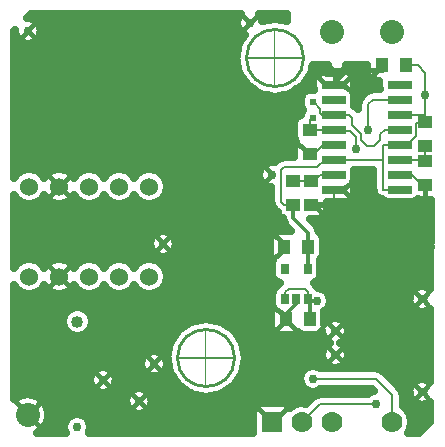
<source format=gbl>
G04*
G04  File:            OPENGEIGER1.0.GBL, Sat Apr 20 15:36:21 2019*
G04  Source:          P-CAD 2004 PCB, Version 18.03.448, (C:\Users\Kent\Documents\customers\Medcom\OpenSource\OpenGeiger\OpenGeiger1.0.PCB)*
G04  Format:          Gerber Format (RS-274-D), ASCII*
G04*
G04  Format Options:  Absolute Positioning*
G04                   Leading-Zero Suppression*
G04                   Scale Factor 1:1*
G04                   NO Circular Interpolation*
G04                   Inch Units*
G04                   Numeric Format: 4.4 (XXXX.XXXX)*
G04                   G54 NOT Used for Aperture Change*
G04                   Apertures Embedded*
G04*
G04  File Options:    Offset = (0.0mil,0.0mil)*
G04                   Drill Symbol Size = 80.0mil*
G04                   No Pad/Via Holes*
G04*
G04  File Contents:   Pads*
G04                   Vias*
G04                   No Designators*
G04                   No Types*
G04                   No Values*
G04                   No Drill Symbols*
G04                   Bottom*
G04*
%INOPENGEIGER1.0.GBL*%
%ICAS*%
%MOIN*%
G04*
G04  Aperture MACROs for general use --- invoked via D-code assignment *
G04*
G04  General MACRO for flashed round with rotation and/or offset hole *
%AMROTOFFROUND*
1,1,$1,0.0000,0.0000*
1,0,$2,$3,$4*%
G04*
G04  General MACRO for flashed oval (obround) with rotation and/or offset hole *
%AMROTOFFOVAL*
21,1,$1,$2,0.0000,0.0000,$3*
1,1,$4,$5,$6*
1,1,$4,0-$5,0-$6*
1,0,$7,$8,$9*%
G04*
G04  General MACRO for flashed oval (obround) with rotation and no hole *
%AMROTOVALNOHOLE*
21,1,$1,$2,0.0000,0.0000,$3*
1,1,$4,$5,$6*
1,1,$4,0-$5,0-$6*%
G04*
G04  General MACRO for flashed rectangle with rotation and/or offset hole *
%AMROTOFFRECT*
21,1,$1,$2,0.0000,0.0000,$3*
1,0,$4,$5,$6*%
G04*
G04  General MACRO for flashed rectangle with rotation and no hole *
%AMROTRECTNOHOLE*
21,1,$1,$2,0.0000,0.0000,$3*%
G04*
G04  General MACRO for flashed rounded-rectangle *
%AMROUNDRECT*
21,1,$1,$2-$4,0.0000,0.0000,$3*
21,1,$1-$4,$2,0.0000,0.0000,$3*
1,1,$4,$5,$6*
1,1,$4,$7,$8*
1,1,$4,0-$5,0-$6*
1,1,$4,0-$7,0-$8*
1,0,$9,$10,$11*%
G04*
G04  General MACRO for flashed rounded-rectangle with rotation and no hole *
%AMROUNDRECTNOHOLE*
21,1,$1,$2-$4,0.0000,0.0000,$3*
21,1,$1-$4,$2,0.0000,0.0000,$3*
1,1,$4,$5,$6*
1,1,$4,$7,$8*
1,1,$4,0-$5,0-$6*
1,1,$4,0-$7,0-$8*%
G04*
G04  General MACRO for flashed regular polygon *
%AMREGPOLY*
5,1,$1,0.0000,0.0000,$2,$3+$4*
1,0,$5,$6,$7*%
G04*
G04  General MACRO for flashed regular polygon with no hole *
%AMREGPOLYNOHOLE*
5,1,$1,0.0000,0.0000,$2,$3+$4*%
G04*
G04  General MACRO for target *
%AMTARGET*
6,0,0,$1,$2,$3,4,$4,$5,$6*%
G04*
G04  General MACRO for mounting hole *
%AMMTHOLE*
1,1,$1,0,0*
1,0,$2,0,0*
$1=$1-$2*
$1=$1/2*
21,1,$2+$1,$3,0,0,$4*
21,1,$3,$2+$1,0,0,$4*%
G04*
G04*
G04  D10 : "Ellipse X8.0mil Y8.0mil H0.0mil 0.0deg (0.0mil,0.0mil) Draw"*
G04  Disc: OuterDia=0.0080*
%ADD10C, 0.0080*%
G04  D11 : "Ellipse X10.0mil Y10.0mil H0.0mil 0.0deg (0.0mil,0.0mil) Draw"*
G04  Disc: OuterDia=0.0100*
%ADD11C, 0.0100*%
G04  D12 : "Ellipse X12.0mil Y12.0mil H0.0mil 0.0deg (0.0mil,0.0mil) Draw"*
G04  Disc: OuterDia=0.0120*
%ADD12C, 0.0120*%
G04  D13 : "Ellipse X15.0mil Y15.0mil H0.0mil 0.0deg (0.0mil,0.0mil) Draw"*
G04  Disc: OuterDia=0.0150*
%ADD13C, 0.0150*%
G04  D14 : "Ellipse X16.0mil Y16.0mil H0.0mil 0.0deg (0.0mil,0.0mil) Draw"*
G04  Disc: OuterDia=0.0160*
%ADD14C, 0.0160*%
G04  D15 : "Ellipse X2.0mil Y2.0mil H0.0mil 0.0deg (0.0mil,0.0mil) Draw"*
G04  Disc: OuterDia=0.0020*
%ADD15C, 0.0020*%
G04  D16 : "Ellipse X2.0mil Y2.0mil H0.0mil 0.0deg (0.0mil,0.0mil) Draw"*
G04  Disc: OuterDia=0.0020*
%ADD16C, 0.0020*%
G04  D17 : "Ellipse X20.0mil Y20.0mil H0.0mil 0.0deg (0.0mil,0.0mil) Draw"*
G04  Disc: OuterDia=0.0200*
%ADD17C, 0.0200*%
G04  D18 : "Ellipse X25.0mil Y25.0mil H0.0mil 0.0deg (0.0mil,0.0mil) Draw"*
G04  Disc: OuterDia=0.0250*
%ADD18C, 0.0250*%
G04  D19 : "Ellipse X3.9mil Y3.9mil H0.0mil 0.0deg (0.0mil,0.0mil) Draw"*
G04  Disc: OuterDia=0.0039*
%ADD19C, 0.0039*%
G04  D20 : "Ellipse X4.0mil Y4.0mil H0.0mil 0.0deg (0.0mil,0.0mil) Draw"*
G04  Disc: OuterDia=0.0040*
%ADD20C, 0.0040*%
G04  D21 : "Ellipse X5.0mil Y5.0mil H0.0mil 0.0deg (0.0mil,0.0mil) Draw"*
G04  Disc: OuterDia=0.0050*
%ADD21C, 0.0050*%
G04  D22 : "Ellipse X50.0mil Y50.0mil H0.0mil 0.0deg (0.0mil,0.0mil) Draw"*
G04  Disc: OuterDia=0.0500*
%ADD22C, 0.0500*%
G04  D23 : "Ellipse X6.0mil Y6.0mil H0.0mil 0.0deg (0.0mil,0.0mil) Draw"*
G04  Disc: OuterDia=0.0060*
%ADD23C, 0.0060*%
G04  D24 : "Ellipse X6.0mil Y6.0mil H0.0mil 0.0deg (0.0mil,0.0mil) Draw"*
G04  Disc: OuterDia=0.0060*
%ADD24C, 0.0060*%
G04  D25 : "Ellipse X7.0mil Y7.0mil H0.0mil 0.0deg (0.0mil,0.0mil) Draw"*
G04  Disc: OuterDia=0.0070*
%ADD25C, 0.0070*%
G04  D26 : "Ellipse X204.0mil Y204.0mil H0.0mil 0.0deg (0.0mil,0.0mil) Flash"*
G04  Disc: OuterDia=0.2040*
%ADD26C, 0.2040*%
G04  D27 : "Ellipse X40.0mil Y40.0mil H0.0mil 0.0deg (0.0mil,0.0mil) Flash"*
G04  Disc: OuterDia=0.0400*
%ADD27C, 0.0400*%
G04  D28 : "Ellipse X44.0mil Y44.0mil H0.0mil 0.0deg (0.0mil,0.0mil) Flash"*
G04  Disc: OuterDia=0.0440*
%ADD28C, 0.0440*%
G04  D29 : "Ellipse X60.0mil Y60.0mil H0.0mil 0.0deg (0.0mil,0.0mil) Flash"*
G04  Disc: OuterDia=0.0600*
%ADD29C, 0.0600*%
G04  D30 : "Ellipse X64.0mil Y64.0mil H0.0mil 0.0deg (0.0mil,0.0mil) Flash"*
G04  Disc: OuterDia=0.0640*
%ADD30C, 0.0640*%
G04  D31 : "Ellipse X70.0mil Y70.0mil H0.0mil 0.0deg (0.0mil,0.0mil) Flash"*
G04  Disc: OuterDia=0.0700*
%ADD31C, 0.0700*%
G04  D32 : "Ellipse X74.0mil Y74.0mil H0.0mil 0.0deg (0.0mil,0.0mil) Flash"*
G04  Disc: OuterDia=0.0740*
%ADD32C, 0.0740*%
G04  D33 : "Ellipse X80.0mil Y80.0mil H0.0mil 0.0deg (0.0mil,0.0mil) Flash"*
G04  Disc: OuterDia=0.0800*
%ADD33C, 0.0800*%
G04  D34 : "Ellipse X84.0mil Y84.0mil H0.0mil 0.0deg (0.0mil,0.0mil) Flash"*
G04  Disc: OuterDia=0.0840*
%ADD34C, 0.0840*%
G04  D35 : "Mounting Hole X200.0mil Y200.0mil H0.0mil 0.0deg (0.0mil,0.0mil) Flash"*
G04  Mounting Hole: Diameter=0.2000, Rotation=0.0, LineWidth=0.0050 *
%ADD35MTHOLE, 0.2000 X0.1800 X0.0050 X0.0*%
G04  D36 : "Oval X75.0mil Y45.0mil H0.0mil 0.0deg (0.0mil,0.0mil) Flash"*
G04  Obround: DimX=0.0750, DimY=0.0450, Rotation=0.0, OffsetX=0.0000, OffsetY=0.0000, HoleDia=0.0000 *
%ADD36O, 0.0750 X0.0450*%
G04  D37 : "Oval X30.0mil Y56.0mil H0.0mil 0.0deg (0.0mil,0.0mil) Flash"*
G04  Obround: DimX=0.0300, DimY=0.0560, Rotation=0.0, OffsetX=0.0000, OffsetY=0.0000, HoleDia=0.0000 *
%ADD37O, 0.0300 X0.0560*%
G04  D38 : "Oval X30.0mil Y86.0mil H0.0mil 0.0deg (0.0mil,0.0mil) Flash"*
G04  Obround: DimX=0.0300, DimY=0.0860, Rotation=0.0, OffsetX=0.0000, OffsetY=0.0000, HoleDia=0.0000 *
%ADD38O, 0.0300 X0.0860*%
G04  D39 : "Rounded Rectangle X80.0mil Y104.0mil H0.0mil 0.0deg (0.0mil,0.0mil) Flash"*
G04  RoundRct: DimX=0.0800, DimY=0.1040, CornerRad=0.0200, Rotation=0.0, OffsetX=0.0000, OffsetY=0.0000, HoleDia=0.0000 *
%ADD39ROUNDRECTNOHOLE, 0.0800 X0.1040 X0.0 X0.0400 X-0.0200 X-0.0320 X-0.0200 X0.0320*%
G04  D40 : "Rounded Rectangle X86.0mil Y110.0mil H0.0mil 0.0deg (0.0mil,0.0mil) Flash"*
G04  RoundRct: DimX=0.0860, DimY=0.1100, CornerRad=0.0215, Rotation=0.0, OffsetX=0.0000, OffsetY=0.0000, HoleDia=0.0000 *
%ADD40ROUNDRECTNOHOLE, 0.0860 X0.1100 X0.0 X0.0430 X-0.0215 X-0.0335 X-0.0215 X0.0335*%
G04  D41 : "Rounded Rectangle X90.0mil Y114.0mil H0.0mil 0.0deg (0.0mil,0.0mil) Flash"*
G04  RoundRct: DimX=0.0900, DimY=0.1140, CornerRad=0.0225, Rotation=0.0, OffsetX=0.0000, OffsetY=0.0000, HoleDia=0.0000 *
%ADD41ROUNDRECTNOHOLE, 0.0900 X0.1140 X0.0 X0.0450 X-0.0225 X-0.0345 X-0.0225 X0.0345*%
G04  D42 : "Rounded Rectangle X33.8mil Y33.8mil H0.0mil 0.0deg (0.0mil,0.0mil) Flash"*
G04  RoundRct: DimX=0.0338, DimY=0.0338, CornerRad=0.0084, Rotation=0.0, OffsetX=0.0000, OffsetY=0.0000, HoleDia=0.0000 *
%ADD42ROUNDRECTNOHOLE, 0.0338 X0.0338 X0.0 X0.0169 X-0.0084 X-0.0084 X-0.0084 X0.0084*%
G04  D43 : "Rounded Rectangle X39.8mil Y39.8mil H0.0mil 0.0deg (0.0mil,0.0mil) Flash"*
G04  RoundRct: DimX=0.0398, DimY=0.0398, CornerRad=0.0099, Rotation=0.0, OffsetX=0.0000, OffsetY=0.0000, HoleDia=0.0000 *
%ADD43ROUNDRECTNOHOLE, 0.0398 X0.0398 X0.0 X0.0199 X-0.0099 X-0.0099 X-0.0099 X0.0099*%
G04  D44 : "Rounded Rectangle X43.8mil Y43.8mil H0.0mil 0.0deg (0.0mil,0.0mil) Flash"*
G04  RoundRct: DimX=0.0438, DimY=0.0438, CornerRad=0.0109, Rotation=0.0, OffsetX=0.0000, OffsetY=0.0000, HoleDia=0.0000 *
%ADD44ROUNDRECTNOHOLE, 0.0438 X0.0438 X0.0 X0.0219 X-0.0109 X-0.0109 X-0.0109 X0.0109*%
G04  D45 : "Rounded Rectangle X54.0mil Y34.0mil H0.0mil 0.0deg (0.0mil,0.0mil) Flash"*
G04  RoundRct: DimX=0.0540, DimY=0.0340, CornerRad=0.0085, Rotation=0.0, OffsetX=0.0000, OffsetY=0.0000, HoleDia=0.0000 *
%ADD45ROUNDRECTNOHOLE, 0.0540 X0.0340 X0.0 X0.0170 X-0.0185 X-0.0085 X-0.0185 X0.0085*%
G04  D46 : "Rounded Rectangle X54.0mil Y42.0mil H0.0mil 0.0deg (0.0mil,0.0mil) Flash"*
G04  RoundRct: DimX=0.0540, DimY=0.0420, CornerRad=0.0105, Rotation=0.0, OffsetX=0.0000, OffsetY=0.0000, HoleDia=0.0000 *
%ADD46ROUNDRECTNOHOLE, 0.0540 X0.0420 X0.0 X0.0210 X-0.0165 X-0.0105 X-0.0165 X0.0105*%
G04  D47 : "Rounded Rectangle X60.0mil Y40.0mil H0.0mil 0.0deg (0.0mil,0.0mil) Flash"*
G04  RoundRct: DimX=0.0600, DimY=0.0400, CornerRad=0.0100, Rotation=0.0, OffsetX=0.0000, OffsetY=0.0000, HoleDia=0.0000 *
%ADD47ROUNDRECTNOHOLE, 0.0600 X0.0400 X0.0 X0.0200 X-0.0200 X-0.0100 X-0.0200 X0.0100*%
G04  D48 : "Rounded Rectangle X40.0mil Y60.0mil H0.0mil 0.0deg (0.0mil,0.0mil) Flash"*
G04  RoundRct: DimX=0.0400, DimY=0.0600, CornerRad=0.0100, Rotation=0.0, OffsetX=0.0000, OffsetY=0.0000, HoleDia=0.0000 *
%ADD48ROUNDRECTNOHOLE, 0.0400 X0.0600 X0.0 X0.0200 X-0.0100 X-0.0200 X-0.0100 X0.0200*%
G04  D49 : "Rounded Rectangle X60.0mil Y48.0mil H0.0mil 0.0deg (0.0mil,0.0mil) Flash"*
G04  RoundRct: DimX=0.0600, DimY=0.0480, CornerRad=0.0120, Rotation=0.0, OffsetX=0.0000, OffsetY=0.0000, HoleDia=0.0000 *
%ADD49ROUNDRECTNOHOLE, 0.0600 X0.0480 X0.0 X0.0240 X-0.0180 X-0.0120 X-0.0180 X0.0120*%
G04  D50 : "Rounded Rectangle X64.0mil Y44.0mil H0.0mil 0.0deg (0.0mil,0.0mil) Flash"*
G04  RoundRct: DimX=0.0640, DimY=0.0440, CornerRad=0.0110, Rotation=0.0, OffsetX=0.0000, OffsetY=0.0000, HoleDia=0.0000 *
%ADD50ROUNDRECTNOHOLE, 0.0640 X0.0440 X0.0 X0.0220 X-0.0210 X-0.0110 X-0.0210 X0.0110*%
G04  D51 : "Rounded Rectangle X44.0mil Y64.0mil H0.0mil 0.0deg (0.0mil,0.0mil) Flash"*
G04  RoundRct: DimX=0.0440, DimY=0.0640, CornerRad=0.0110, Rotation=0.0, OffsetX=0.0000, OffsetY=0.0000, HoleDia=0.0000 *
%ADD51ROUNDRECTNOHOLE, 0.0440 X0.0640 X0.0 X0.0220 X-0.0110 X-0.0210 X-0.0110 X0.0210*%
G04  D52 : "Rounded Rectangle X64.0mil Y52.0mil H0.0mil 0.0deg (0.0mil,0.0mil) Flash"*
G04  RoundRct: DimX=0.0640, DimY=0.0520, CornerRad=0.0130, Rotation=0.0, OffsetX=0.0000, OffsetY=0.0000, HoleDia=0.0000 *
%ADD52ROUNDRECTNOHOLE, 0.0640 X0.0520 X0.0 X0.0260 X-0.0190 X-0.0130 X-0.0190 X0.0130*%
G04  D53 : "Rectangle X80.0mil Y104.0mil H0.0mil 0.0deg (0.0mil,0.0mil) Flash"*
G04  Rectangular: DimX=0.0800, DimY=0.1040, Rotation=0.0, OffsetX=0.0000, OffsetY=0.0000, HoleDia=0.0000 *
%ADD53R, 0.0800 X0.1040*%
G04  D54 : "Rectangle X86.0mil Y110.0mil H0.0mil 0.0deg (0.0mil,0.0mil) Flash"*
G04  Rectangular: DimX=0.0860, DimY=0.1100, Rotation=0.0, OffsetX=0.0000, OffsetY=0.0000, HoleDia=0.0000 *
%ADD54R, 0.0860 X0.1100*%
G04  D55 : "Rectangle X90.0mil Y114.0mil H0.0mil 0.0deg (0.0mil,0.0mil) Flash"*
G04  Rectangular: DimX=0.0900, DimY=0.1140, Rotation=0.0, OffsetX=0.0000, OffsetY=0.0000, HoleDia=0.0000 *
%ADD55R, 0.0900 X0.1140*%
G04  D56 : "Rectangle X13.7mil Y17.6mil H0.0mil 0.0deg (0.0mil,0.0mil) Flash"*
G04  Rectangular: DimX=0.0137, DimY=0.0176, Rotation=0.0, OffsetX=0.0000, OffsetY=0.0000, HoleDia=0.0000 *
%ADD56R, 0.0137 X0.0176*%
G04  D57 : "Rectangle X17.6mil Y13.7mil H0.0mil 0.0deg (0.0mil,0.0mil) Flash"*
G04  Rectangular: DimX=0.0176, DimY=0.0137, Rotation=0.0, OffsetX=0.0000, OffsetY=0.0000, HoleDia=0.0000 *
%ADD57R, 0.0176 X0.0137*%
G04  D58 : "Rectangle X19.7mil Y23.6mil H0.0mil 0.0deg (0.0mil,0.0mil) Flash"*
G04  Rectangular: DimX=0.0197, DimY=0.0236, Rotation=0.0, OffsetX=0.0000, OffsetY=0.0000, HoleDia=0.0000 *
%ADD58R, 0.0197 X0.0236*%
G04  D59 : "Rectangle X23.6mil Y19.7mil H0.0mil 0.0deg (0.0mil,0.0mil) Flash"*
G04  Rectangular: DimX=0.0236, DimY=0.0197, Rotation=0.0, OffsetX=0.0000, OffsetY=0.0000, HoleDia=0.0000 *
%ADD59R, 0.0236 X0.0197*%
G04  D60 : "Rectangle X23.7mil Y27.6mil H0.0mil 0.0deg (0.0mil,0.0mil) Flash"*
G04  Rectangular: DimX=0.0237, DimY=0.0276, Rotation=0.0, OffsetX=0.0000, OffsetY=0.0000, HoleDia=0.0000 *
%ADD60R, 0.0237 X0.0276*%
G04  D61 : "Rectangle X27.6mil Y23.7mil H0.0mil 0.0deg (0.0mil,0.0mil) Flash"*
G04  Rectangular: DimX=0.0276, DimY=0.0237, Rotation=0.0, OffsetX=0.0000, OffsetY=0.0000, HoleDia=0.0000 *
%ADD61R, 0.0276 X0.0237*%
G04  D62 : "Rectangle X26.0mil Y34.0mil H0.0mil 0.0deg (0.0mil,0.0mil) Flash"*
G04  Rectangular: DimX=0.0260, DimY=0.0340, Rotation=0.0, OffsetX=0.0000, OffsetY=0.0000, HoleDia=0.0000 *
%ADD62R, 0.0260 X0.0340*%
G04  D63 : "Rectangle X34.0mil Y26.0mil H0.0mil 0.0deg (0.0mil,0.0mil) Flash"*
G04  Rectangular: DimX=0.0340, DimY=0.0260, Rotation=0.0, OffsetX=0.0000, OffsetY=0.0000, HoleDia=0.0000 *
%ADD63R, 0.0340 X0.0260*%
G04  D64 : "Rectangle X22.0mil Y30.0mil H0.0mil 0.0deg (0.0mil,0.0mil) Flash"*
G04  Rectangular: DimX=0.0220, DimY=0.0300, Rotation=0.0, OffsetX=0.0000, OffsetY=0.0000, HoleDia=0.0000 *
%ADD64R, 0.0220 X0.0300*%
G04  D65 : "Rectangle X32.0mil Y40.0mil H0.0mil 0.0deg (0.0mil,0.0mil) Flash"*
G04  Rectangular: DimX=0.0320, DimY=0.0400, Rotation=0.0, OffsetX=0.0000, OffsetY=0.0000, HoleDia=0.0000 *
%ADD65R, 0.0320 X0.0400*%
G04  D66 : "Rectangle X40.0mil Y32.0mil H0.0mil 0.0deg (0.0mil,0.0mil) Flash"*
G04  Rectangular: DimX=0.0400, DimY=0.0320, Rotation=0.0, OffsetX=0.0000, OffsetY=0.0000, HoleDia=0.0000 *
%ADD66R, 0.0400 X0.0320*%
G04  D67 : "Rectangle X28.0mil Y36.0mil H0.0mil 0.0deg (0.0mil,0.0mil) Flash"*
G04  Rectangular: DimX=0.0280, DimY=0.0360, Rotation=0.0, OffsetX=0.0000, OffsetY=0.0000, HoleDia=0.0000 *
%ADD67R, 0.0280 X0.0360*%
G04  D68 : "Rectangle X36.0mil Y44.0mil H0.0mil 0.0deg (0.0mil,0.0mil) Flash"*
G04  Rectangular: DimX=0.0360, DimY=0.0440, Rotation=0.0, OffsetX=0.0000, OffsetY=0.0000, HoleDia=0.0000 *
%ADD68R, 0.0360 X0.0440*%
G04  D69 : "Rectangle X44.0mil Y36.0mil H0.0mil 0.0deg (0.0mil,0.0mil) Flash"*
G04  Rectangular: DimX=0.0440, DimY=0.0360, Rotation=0.0, OffsetX=0.0000, OffsetY=0.0000, HoleDia=0.0000 *
%ADD69R, 0.0440 X0.0360*%
G04  D70 : "Rectangle X44.0mil Y34.0mil H0.0mil 0.0deg (0.0mil,0.0mil) Flash"*
G04  Rectangular: DimX=0.0440, DimY=0.0340, Rotation=0.0, OffsetX=0.0000, OffsetY=0.0000, HoleDia=0.0000 *
%ADD70R, 0.0440 X0.0340*%
G04  D71 : "Rectangle X34.0mil Y44.0mil H0.0mil 0.0deg (0.0mil,0.0mil) Flash"*
G04  Rectangular: DimX=0.0340, DimY=0.0440, Rotation=0.0, OffsetX=0.0000, OffsetY=0.0000, HoleDia=0.0000 *
%ADD71R, 0.0340 X0.0440*%
G04  D72 : "Rectangle X50.0mil Y40.0mil H0.0mil 0.0deg (0.0mil,0.0mil) Flash"*
G04  Rectangular: DimX=0.0500, DimY=0.0400, Rotation=0.0, OffsetX=0.0000, OffsetY=0.0000, HoleDia=0.0000 *
%ADD72R, 0.0500 X0.0400*%
G04  D73 : "Rectangle X40.0mil Y50.0mil H0.0mil 0.0deg (0.0mil,0.0mil) Flash"*
G04  Rectangular: DimX=0.0400, DimY=0.0500, Rotation=0.0, OffsetX=0.0000, OffsetY=0.0000, HoleDia=0.0000 *
%ADD73R, 0.0400 X0.0500*%
G04  D74 : "Rectangle X54.0mil Y42.0mil H0.0mil 0.0deg (0.0mil,0.0mil) Flash"*
G04  Rectangular: DimX=0.0540, DimY=0.0420, Rotation=0.0, OffsetX=0.0000, OffsetY=0.0000, HoleDia=0.0000 *
%ADD74R, 0.0540 X0.0420*%
G04  D75 : "Rectangle X54.0mil Y44.0mil H0.0mil 0.0deg (0.0mil,0.0mil) Flash"*
G04  Rectangular: DimX=0.0540, DimY=0.0440, Rotation=0.0, OffsetX=0.0000, OffsetY=0.0000, HoleDia=0.0000 *
%ADD75R, 0.0540 X0.0440*%
G04  D76 : "Rectangle X44.0mil Y54.0mil H0.0mil 0.0deg (0.0mil,0.0mil) Flash"*
G04  Rectangular: DimX=0.0440, DimY=0.0540, Rotation=0.0, OffsetX=0.0000, OffsetY=0.0000, HoleDia=0.0000 *
%ADD76R, 0.0440 X0.0540*%
G04  D77 : "Rectangle X94.0mil Y59.0mil H0.0mil 0.0deg (0.0mil,0.0mil) Flash"*
G04  Rectangular: DimX=0.0940, DimY=0.0590, Rotation=0.0, OffsetX=0.0000, OffsetY=0.0000, HoleDia=0.0000 *
%ADD77R, 0.0940 X0.0590*%
G04  D78 : "Rectangle X40.0mil Y60.0mil H0.0mil 0.0deg (0.0mil,0.0mil) Flash"*
G04  Rectangular: DimX=0.0400, DimY=0.0600, Rotation=0.0, OffsetX=0.0000, OffsetY=0.0000, HoleDia=0.0000 *
%ADD78R, 0.0400 X0.0600*%
G04  D79 : "Rectangle X60.0mil Y48.0mil H0.0mil 0.0deg (0.0mil,0.0mil) Flash"*
G04  Rectangular: DimX=0.0600, DimY=0.0480, Rotation=0.0, OffsetX=0.0000, OffsetY=0.0000, HoleDia=0.0000 *
%ADD79R, 0.0600 X0.0480*%
G04  D80 : "Rectangle X44.0mil Y64.0mil H0.0mil 0.0deg (0.0mil,0.0mil) Flash"*
G04  Rectangular: DimX=0.0440, DimY=0.0640, Rotation=0.0, OffsetX=0.0000, OffsetY=0.0000, HoleDia=0.0000 *
%ADD80R, 0.0440 X0.0640*%
G04  D81 : "Rectangle X64.0mil Y52.0mil H0.0mil 0.0deg (0.0mil,0.0mil) Flash"*
G04  Rectangular: DimX=0.0640, DimY=0.0520, Rotation=0.0, OffsetX=0.0000, OffsetY=0.0000, HoleDia=0.0000 *
%ADD81R, 0.0640 X0.0520*%
G04  D82 : "Rectangle X100.0mil Y65.0mil H0.0mil 0.0deg (0.0mil,0.0mil) Flash"*
G04  Rectangular: DimX=0.1000, DimY=0.0650, Rotation=0.0, OffsetX=0.0000, OffsetY=0.0000, HoleDia=0.0000 *
%ADD82R, 0.1000 X0.0650*%
G04  D83 : "Rectangle X104.0mil Y69.0mil H0.0mil 0.0deg (0.0mil,0.0mil) Flash"*
G04  Rectangular: DimX=0.1040, DimY=0.0690, Rotation=0.0, OffsetX=0.0000, OffsetY=0.0000, HoleDia=0.0000 *
%ADD83R, 0.1040 X0.0690*%
G04  D84 : "Rectangle X70.0mil Y70.0mil H0.0mil 0.0deg (0.0mil,0.0mil) Flash"*
G04  Square: Side=0.0700, Rotation=0.0, OffsetX=0.0000, OffsetY=0.0000, HoleDia=0.0000*
%ADD84R, 0.0700 X0.0700*%
G04  D85 : "Rectangle X74.0mil Y20.0mil H0.0mil 0.0deg (0.0mil,0.0mil) Flash"*
G04  Rectangular: DimX=0.0740, DimY=0.0200, Rotation=0.0, OffsetX=0.0000, OffsetY=0.0000, HoleDia=0.0000 *
%ADD85R, 0.0740 X0.0200*%
G04  D86 : "Rectangle X74.0mil Y74.0mil H0.0mil 0.0deg (0.0mil,0.0mil) Flash"*
G04  Square: Side=0.0740, Rotation=0.0, OffsetX=0.0000, OffsetY=0.0000, HoleDia=0.0000*
%ADD86R, 0.0740 X0.0740*%
G04  D87 : "Rectangle X80.0mil Y26.0mil H0.0mil 0.0deg (0.0mil,0.0mil) Flash"*
G04  Rectangular: DimX=0.0800, DimY=0.0260, Rotation=0.0, OffsetX=0.0000, OffsetY=0.0000, HoleDia=0.0000 *
%ADD87R, 0.0800 X0.0260*%
G04  D88 : "Rectangle X84.0mil Y30.0mil H0.0mil 0.0deg (0.0mil,0.0mil) Flash"*
G04  Rectangular: DimX=0.0840, DimY=0.0300, Rotation=0.0, OffsetX=0.0000, OffsetY=0.0000, HoleDia=0.0000 *
%ADD88R, 0.0840 X0.0300*%
G04  D89 : "Rectangle X40.0mil Y90.0mil H0.0mil 0.0deg (0.0mil,0.0mil) Flash"*
G04  Rectangular: DimX=0.0400, DimY=0.0900, Rotation=0.0, OffsetX=0.0000, OffsetY=0.0000, HoleDia=0.0000 *
%ADD89R, 0.0400 X0.0900*%
G04  D90 : "Rectangle X80.0mil Y90.0mil H0.0mil 0.0deg (0.0mil,0.0mil) Flash"*
G04  Rectangular: DimX=0.0800, DimY=0.0900, Rotation=0.0, OffsetX=0.0000, OffsetY=0.0000, HoleDia=0.0000 *
%ADD90R, 0.0800 X0.0900*%
G04  D91 : "Rectangle X44.0mil Y94.0mil H0.0mil 0.0deg (0.0mil,0.0mil) Flash"*
G04  Rectangular: DimX=0.0440, DimY=0.0940, Rotation=0.0, OffsetX=0.0000, OffsetY=0.0000, HoleDia=0.0000 *
%ADD91R, 0.0440 X0.0940*%
G04  D92 : "Rectangle X84.0mil Y94.0mil H0.0mil 0.0deg (0.0mil,0.0mil) Flash"*
G04  Rectangular: DimX=0.0840, DimY=0.0940, Rotation=0.0, OffsetX=0.0000, OffsetY=0.0000, HoleDia=0.0000 *
%ADD92R, 0.0840 X0.0940*%
G04  D93 : "Ellipse X30.0mil Y30.0mil H0.0mil 0.0deg (0.0mil,0.0mil) Flash"*
G04  Disc: OuterDia=0.0300*
%ADD93C, 0.0300*%
G04  D94 : "Ellipse X34.0mil Y34.0mil H0.0mil 0.0deg (0.0mil,0.0mil) Flash"*
G04  Disc: OuterDia=0.0340*
%ADD94C, 0.0340*%
G04*
%FSLAX44Y44*%
%SFA1B1*%
%OFA0.0000B0.0000*%
G04*
G70*
G90*
G01*
D2*
%LNBottom*%
D12*
X19830Y18500*
X19880Y18450D1*
X19830Y19500D2*
Y20230D1*
X19850Y20250*
X19450Y18350D2*
Y18500D1*
D2*
D10*
X19070*
Y18720D1*
X19200Y18850*
X19750*
X19850Y18750*
Y18500*
X19830D2*
X19850D1*
D2*
D12*
X19900Y18450*
X19880D1*
X19830Y18500*
X19880Y18450D2*
X19900D1*
X20150*
X19850Y20250D2*
Y20700D1*
D2*
D17*
X19950Y21650*
X20550D1*
D2*
D10*
X19900Y23350*
X20050D1*
X19950Y21650D2*
X20550D1*
X20700Y22150D2*
Y21800D1*
X20550Y21650D2*
X20700Y21800D1*
X20050Y23350D2*
X20350Y23650D1*
X20700*
X19050Y21650D2*
X19350D1*
X18950Y21750D2*
X19050Y21650D1*
X18950Y22800D2*
Y21750D1*
X19050Y22900D2*
X18950Y22800D1*
X20150Y22900D2*
X19050D1*
X20400Y23150D2*
X20700D1*
X20400D2*
X20150Y22900D1*
X19950Y22450D2*
X20050D1*
X19350D2*
X19950D1*
X20250Y22650D2*
X20050Y22450D1*
X20700Y22650D2*
X20250D1*
D2*
D12*
X19350Y21650*
Y21200D1*
D2*
D10*
X20700Y25650*
Y25900D1*
X20800Y26000*
X20250Y24700D2*
X20300Y24650D1*
X20250Y24850D2*
Y24700D1*
X20024Y25075D2*
X20250Y24850D1*
X20000Y25075D2*
X20024D1*
X20300Y24650D2*
X20700D1*
X20000Y24524D2*
X19900Y24500D1*
X20750Y24100D2*
X20700Y24150D1*
X19900*
Y24450*
Y24500*
D2*
D14*
X20800Y25850*
Y26000D1*
X20300Y26150D2*
X20450Y26000D1*
X20800*
D2*
D10*
X22650Y15300*
X22100Y15850D1*
D2*
D14*
X23750Y21450*
Y22300D1*
X22300Y21450D2*
X23750D1*
D2*
D17*
X22100Y21650*
X22300Y21450D1*
D2*
D10*
X22900Y22650*
X23300D1*
X23650Y22300*
X23750*
X21650Y23150D2*
X22350D1*
Y22150D2*
X22900D1*
X22350D2*
Y23150D1*
Y23650*
X23150D2*
X23450Y23950D1*
X22350Y23650D2*
X22900D1*
X23150*
X21600Y23800D2*
X21800Y23600D1*
X22050D2*
X22250Y23800D1*
X21800Y23600D2*
X22050D1*
X22900Y23150D2*
X23750D1*
Y23100D2*
Y23150D1*
Y23600*
X21450Y23900D2*
Y23500D1*
X23750Y25300D2*
Y26050D1*
Y24650D2*
Y25300D1*
Y26050D2*
X23500Y26300D1*
X22900Y24650D2*
X23750D1*
Y24400D2*
Y24650D1*
X23450Y24350D2*
X23500Y24400D1*
X23750*
X23100Y26300D2*
X23500D1*
X21300Y24550D2*
Y24300D1*
X21200Y24650D2*
X21300Y24550D1*
X22400Y24150D2*
X22900D1*
X21850Y25000D2*
Y24150D1*
X22000Y25150D2*
X21850Y25000D1*
X22900Y25150D2*
X22000D1*
D2*
D14*
X22300Y26150*
Y26300D1*
Y26150D2*
X21100D1*
D2*
D12*
X19450Y18350*
X19100Y18000D1*
Y17850*
X19900D2*
Y18450D1*
X19850Y20700D2*
X19350Y21200D1*
D2*
D10*
X19650Y14400*
X20250Y15000D1*
X23450Y23950D2*
Y24350D1*
X21300Y24300D2*
X21600Y24000D1*
Y23800*
X22250Y24000D2*
X22400Y24150D1*
X22250Y23800D2*
Y24000D1*
X21250Y24100D2*
X21450Y23900D1*
X22650Y14400D2*
Y15300D1*
X22100Y15850D2*
X20000D1*
D2*
D17*
X20550Y21650*
X22100D1*
D2*
D10*
X20700Y23150*
X21650D1*
X20700Y24650D2*
X21200D1*
X20750Y24100D2*
X21250D1*
D2*
D14*
X20800Y25850*
X21100Y26150D1*
X20300*
D2*
D10*
X20250Y15000*
X22100D1*
D2*
D18*
X21110Y26300*
X21200Y26165D1*
X21228Y26024*
X21298Y25978*
X21359Y25887*
X21380Y25780*
Y25520*
X21359Y25412*
X21350Y25400*
X21359Y25387*
X21380Y25280*
Y25020*
X21361Y24924*
X21441Y24891*
X21509Y24823*
Y25000*
X21608Y25241*
X21758Y25391*
X22000Y25490*
X22225*
X22219Y25520*
Y25769*
X22100*
X21992Y25790*
X21901Y25851*
X21840Y25942*
X21819Y26050*
Y26300*
X21110*
X21378Y25010D2*
X21513D1*
X21380Y25198D2*
X21591D1*
X21359Y25385D2*
X21753D1*
X21380Y25573D2*
X22219D1*
X21380Y25760D2*
X22219D1*
X21318Y25948D2*
X21839D1*
X21206Y26135D2*
X21819D1*
D2*
D13*
X20875Y26075*
X21110Y26300D1*
X22175Y26125D2*
X21901Y25851D1*
X21025Y25595D2*
X21350Y25400D1*
X21025Y25705D2*
X21298Y25978D1*
D2*
D18*
X18750Y27849*
X19150Y27770D1*
Y28000*
X18210*
X18300Y27865*
X18320Y27764*
X18750Y27849*
X18242Y27952D2*
X19150D1*
D2*
D13*
X17975Y27775*
X18210Y28000D1*
D2*
D18*
X19951Y26052*
X19669Y25630D1*
X19247Y25348*
X18750Y25250*
X18252Y25348*
X17830Y25630*
X17548Y26052*
X17450Y26550*
X17548Y27047*
X17722Y27307*
X17593Y27393*
X17499Y27534*
X17466Y27700*
X17499Y27865*
X17589Y28000*
X10600*
X10479Y27879*
X10500Y27883*
X10665Y27850*
X10806Y27756*
X10900Y27615*
X10933Y27450*
X10900Y27284*
X10806Y27143*
X10665Y27049*
X10500Y27016*
X10334Y27049*
X10193Y27143*
X10099Y27284*
X10066Y27450*
X10070Y27470*
X10050Y27450*
Y22536*
X10135Y22664*
X10325Y22791*
X10550Y22836*
X10774Y22791*
X10964Y22664*
X11050Y22536*
X11135Y22664*
X11325Y22791*
X11550Y22836*
X11774Y22791*
X11964Y22664*
X12050Y22536*
X12135Y22664*
X12325Y22791*
X12550Y22836*
X12774Y22791*
X12964Y22664*
X13050Y22536*
X13135Y22664*
X13325Y22791*
X13550Y22836*
X13774Y22791*
X13964Y22664*
X14050Y22536*
X14135Y22664*
X14325Y22791*
X14550Y22836*
X14774Y22791*
X14964Y22664*
X15091Y22474*
X15136Y22250*
X15091Y22025*
X14964Y21835*
X14774Y21708*
X14550Y21663*
X14325Y21708*
X14135Y21835*
X14050Y21963*
X13964Y21835*
X13774Y21708*
X13550Y21663*
X13325Y21708*
X13135Y21835*
X13050Y21963*
X12964Y21835*
X12774Y21708*
X12550Y21663*
X12325Y21708*
X12135Y21835*
X12050Y21963*
X11964Y21835*
X11774Y21708*
X11550Y21663*
X11325Y21708*
X11135Y21835*
X11050Y21963*
X10964Y21835*
X10774Y21708*
X10550Y21663*
X10325Y21708*
X10135Y21835*
X10050Y21963*
Y19536*
X10135Y19664*
X10325Y19791*
X10550Y19836*
X10774Y19791*
X10964Y19664*
X11050Y19536*
X11135Y19664*
X11325Y19791*
X11550Y19836*
X11774Y19791*
X11964Y19664*
X12050Y19536*
X12135Y19664*
X12325Y19791*
X12550Y19836*
X12774Y19791*
X12964Y19664*
X13050Y19536*
X13135Y19664*
X13325Y19791*
X13550Y19836*
X13774Y19791*
X13964Y19664*
X14050Y19536*
X14135Y19664*
X14325Y19791*
X14550Y19836*
X14774Y19791*
X14964Y19664*
X15091Y19474*
X15136Y19250*
X15091Y19025*
X14964Y18835*
X14774Y18708*
X14550Y18663*
X14325Y18708*
X14135Y18835*
X14050Y18963*
X13964Y18835*
X13774Y18708*
X13550Y18663*
X13325Y18708*
X13135Y18835*
X13050Y18963*
X12964Y18835*
X12774Y18708*
X12550Y18663*
X12325Y18708*
X12135Y18835*
X12050Y18963*
X11964Y18835*
X11774Y18708*
X11550Y18663*
X11325Y18708*
X11135Y18835*
X11050Y18963*
X10964Y18835*
X10774Y18708*
X10550Y18663*
X10325Y18708*
X10135Y18835*
X10050Y18963*
Y15161*
X10236Y15285*
X10500Y15338*
X10763Y15285*
X10986Y15136*
X11135Y14913*
X11188Y14650*
X11135Y14386*
X10986Y14163*
X10817Y14050*
X11772*
X11749Y14084*
X11716Y14250*
X11749Y14415*
X11843Y14556*
X11984Y14650*
X12150Y14683*
X12315Y14650*
X12456Y14556*
X12550Y14415*
X12583Y14250*
X12550Y14084*
X12527Y14050*
X18019*
Y14750*
X18040Y14857*
X18101Y14948*
X18192Y15009*
X18300Y15030*
X19000*
X19107Y15009*
X19198Y14948*
X19243Y14880*
X19406Y14988*
X19650Y15037*
X19779Y15011*
X20008Y15241*
X20250Y15340*
X21845*
X21934Y15400*
X22045Y15422*
X21958Y15509*
X20254*
X20165Y15449*
X20000Y15416*
X19834Y15449*
X19693Y15543*
X19599Y15684*
X19566Y15850*
X19599Y16015*
X19693Y16156*
X19834Y16250*
X20000Y16283*
X20165Y16250*
X20254Y16190*
X22100*
X22341Y16091*
X22891Y15541*
X22990Y15300*
Y14923*
X23100Y14850*
X23238Y14643*
X23287Y14400*
X23238Y14156*
X23167Y14050*
X23550*
X23900Y14400*
X23902Y15057*
X23815Y14999*
X23650Y14966*
X23484Y14999*
X23343Y15093*
X23249Y15234*
X23216Y15400*
X23249Y15565*
X23343Y15706*
X23484Y15800*
X23650Y15833*
X23815Y15800*
X23905Y15740*
X23914Y18165*
X23815Y18099*
X23650Y18066*
X23484Y18099*
X23343Y18193*
X23249Y18334*
X23216Y18500*
X23249Y18665*
X23343Y18806*
X23484Y18900*
X23650Y18933*
X23815Y18900*
X23917Y18832*
X23928Y21819*
X23500*
X23496Y21820*
X23407Y21760*
X23300Y21739*
X22500*
X22392Y21760*
X22301Y21821*
X22294Y21831*
X22108Y21908*
X22009Y22150*
Y22809*
X21374*
X21380Y22780*
Y22520*
X21359Y22412*
X21350Y22400*
X21359Y22387*
X21380Y22280*
Y22020*
X21359Y21912*
X21298Y21821*
X21207Y21760*
X21100Y21739*
X20480*
Y21450*
X20459Y21342*
X20398Y21251*
X20307Y21190*
X20200Y21169*
X19893*
X20106Y20956*
X20199Y20730*
X20248Y20698*
X20309Y20607*
X20330Y20500*
Y20000*
X20309Y19892*
X20248Y19801*
X20228Y19788*
X20229Y19787*
X20250Y19680*
Y19320*
X20229Y19212*
X20168Y19121*
X20077Y19060*
X20030Y19051*
X20091Y18991*
X20126Y18906*
X20165Y18880*
X20315Y18850*
X20456Y18756*
X20550Y18615*
X20583Y18450*
X20550Y18284*
X20456Y18143*
X20380Y18092*
Y17661*
X20443Y17756*
X20584Y17850*
X20750Y17883*
X20915Y17850*
X21056Y17756*
X21150Y17615*
X21183Y17450*
X21150Y17284*
X21056Y17143*
X20916Y17050*
X21056Y16956*
X21150Y16815*
X21183Y16650*
X21150Y16484*
X21056Y16343*
X20915Y16249*
X20750Y16216*
X20584Y16249*
X20443Y16343*
X20349Y16484*
X20316Y16650*
X20349Y16815*
X20443Y16956*
X20583Y17050*
X20443Y17143*
X20349Y17284*
X20319Y17434*
X20298Y17401*
X20207Y17340*
X20100Y17319*
X19700*
X19592Y17340*
X19501Y17401*
X19500Y17404*
X19498Y17401*
X19407Y17340*
X19300Y17319*
X18900*
X18792Y17340*
X18701Y17401*
X18640Y17492*
X18619Y17600*
Y18100*
X18640Y18207*
X18664Y18243*
X18649Y18320*
Y18680*
X18670Y18787*
X18731Y18878*
X18818Y18936*
X18828Y18961*
X18911Y19043*
X18822Y19060*
X18731Y19121*
X18670Y19212*
X18649Y19320*
Y19680*
X18670Y19787*
X18671Y19788*
X18651Y19801*
X18590Y19892*
X18569Y20000*
Y20500*
X18590Y20607*
X18651Y20698*
X18742Y20759*
X18850Y20780*
X19250*
X19258Y20778*
X19093Y20943*
X18990Y21192*
X18901Y21251*
X18840Y21342*
X18829Y21400*
X18808Y21408*
X18708Y21508*
X18609Y21750*
Y22224*
X18484Y22249*
X18343Y22343*
X18249Y22484*
X18216Y22650*
X18249Y22815*
X18343Y22956*
X18484Y23050*
X18650Y23083*
X18734Y23066*
X18808Y23141*
X19050Y23240*
X19369*
Y23550*
X19390Y23657*
X19451Y23748*
X19454Y23750*
X19451Y23751*
X19390Y23842*
X19369Y23950*
Y24350*
X19390Y24457*
X19451Y24548*
X19542Y24609*
X19599Y24620*
X19608Y24677*
X19612Y24680*
X19622Y24730*
X19669Y24800*
X19622Y24869*
X19601Y24977*
Y25174*
X19622Y25281*
X19683Y25372*
X19774Y25433*
X19881Y25454*
X20032*
X20019Y25520*
Y25780*
X20040Y25887*
X20101Y25978*
X20192Y26039*
X20300Y26060*
X20378*
X20399Y26165*
X20489Y26300*
X20000*
X19951Y26052*
X15400Y20184D2*
X15306Y20043D1*
X15165Y19949*
X15000Y19916*
X14834Y19949*
X14693Y20043*
X14599Y20184*
X14566Y20350*
X14599Y20515*
X14693Y20656*
X14834Y20750*
X15000Y20783*
X15165Y20750*
X15306Y20656*
X15400Y20515*
X15433Y20350*
X15400Y20184*
X13400Y15634D2*
X13306Y15493D1*
X13165Y15399*
X13000Y15366*
X12834Y15399*
X12693Y15493*
X12599Y15634*
X12566Y15800*
X12599Y15965*
X12693Y16106*
X12834Y16200*
X13000Y16233*
X13165Y16200*
X13306Y16106*
X13400Y15965*
X13433Y15800*
X13400Y15634*
X12597Y17564D2*
X12492Y17407D1*
X12335Y17302*
X12150Y17265*
X11964Y17302*
X11807Y17407*
X11702Y17564*
X11665Y17750*
X11702Y17935*
X11807Y18092*
X11964Y18197*
X12150Y18234*
X12335Y18197*
X12492Y18092*
X12597Y17935*
X12634Y17750*
X12597Y17564*
X17651Y16052D2*
X17369Y15630D1*
X16947Y15348*
X16450Y15250*
X15952Y15348*
X15530Y15630*
X15248Y16052*
X15150Y16550*
X15248Y17047*
X15530Y17469*
X15952Y17751*
X16450Y17849*
X16947Y17751*
X17369Y17469*
X17651Y17047*
X17749Y16550*
X17651Y16052*
X14600Y14934D2*
X14506Y14793D1*
X14365Y14699*
X14200Y14666*
X14034Y14699*
X13893Y14793*
X13799Y14934*
X13766Y15100*
X13799Y15265*
X13893Y15406*
X14034Y15500*
X14200Y15533*
X14365Y15500*
X14506Y15406*
X14600Y15265*
X14633Y15100*
X14600Y14934*
X15100Y16184D2*
X15006Y16043D1*
X14865Y15949*
X14700Y15916*
X14534Y15949*
X14393Y16043*
X14299Y16184*
X14266Y16350*
X14299Y16515*
X14393Y16656*
X14534Y16750*
X14700Y16783*
X14865Y16750*
X15006Y16656*
X15100Y16515*
X15133Y16350*
X15100Y16184*
X10817Y14050D2*
X11772D1*
X12527D2*
X18019D1*
X23167D2*
X23550D1*
X11036Y14237D2*
X11719D1*
X12580D2*
X18019D1*
X23254D2*
X23737D1*
X11143Y14425D2*
X11755D1*
X12544D2*
X18019D1*
X23282D2*
X23900D1*
X11180Y14612D2*
X11927D1*
X12372D2*
X18019D1*
X23244D2*
X23900D1*
X11158Y14800D2*
X13889D1*
X14510D2*
X18029D1*
X23134D2*
X23901D1*
X11086Y14987D2*
X13789D1*
X14610D2*
X18160D1*
X19139D2*
X19404D1*
X22990D2*
X23545D1*
X23754D2*
X23902D1*
X10050Y15175D2*
X10070D1*
X10929D2*
X13781D1*
X14618D2*
X19942D1*
X22990D2*
X23289D1*
X10050Y15362D2*
X13864D1*
X14535D2*
X15932D1*
X16967D2*
X21877D1*
X22965D2*
X23224D1*
X10050Y15550D2*
X12655D1*
X13344D2*
X15651D1*
X17248D2*
X19689D1*
X22882D2*
X23246D1*
X10050Y15737D2*
X12579D1*
X13420D2*
X15459D1*
X17440D2*
X19589D1*
X22694D2*
X23390D1*
X10050Y15925D2*
X12591D1*
X13408D2*
X14658D1*
X14741D2*
X15334D1*
X17565D2*
X19581D1*
X22507D2*
X23905D1*
X10050Y16112D2*
X12702D1*
X13297D2*
X14347D1*
X15052D2*
X15237D1*
X17662D2*
X19664D1*
X22289D2*
X23906D1*
X10050Y16300D2*
X14276D1*
X15123D2*
X15199D1*
X17700D2*
X20508D1*
X20991D2*
X23907D1*
X10050Y16487D2*
X14294D1*
X15105D2*
X15162D1*
X17737D2*
X20348D1*
X21151D2*
X23908D1*
X10050Y16675D2*
X14421D1*
X14978D2*
X15174D1*
X17725D2*
X20321D1*
X21178D2*
X23908D1*
X10050Y16862D2*
X15212D1*
X17687D2*
X20380D1*
X21119D2*
X23909D1*
X10050Y17050D2*
X15250D1*
X17649D2*
X20583D1*
X20916D2*
X23910D1*
X10050Y17237D2*
X15375D1*
X17524D2*
X20380D1*
X21119D2*
X23910D1*
X10050Y17425D2*
X11795D1*
X12504D2*
X15501D1*
X17398D2*
X18686D1*
X20313D2*
X20321D1*
X21178D2*
X23911D1*
X10050Y17612D2*
X11693D1*
X12606D2*
X15745D1*
X17154D2*
X18619D1*
X21151D2*
X23912D1*
X10050Y17800D2*
X11675D1*
X12624D2*
X16198D1*
X16701D2*
X18619D1*
X20380D2*
X20508D1*
X20991D2*
X23913D1*
X10050Y17987D2*
X11737D1*
X12562D2*
X18619D1*
X20380D2*
X23913D1*
X10050Y18175D2*
X11931D1*
X12368D2*
X18634D1*
X20477D2*
X23371D1*
X10050Y18362D2*
X18649D1*
X20565D2*
X23244D1*
X10050Y18550D2*
X18649D1*
X20563D2*
X23226D1*
X10050Y18737D2*
X10282D1*
X10817D2*
X11282D1*
X11817D2*
X12282D1*
X12817D2*
X13282D1*
X13817D2*
X14282D1*
X14817D2*
X18661D1*
X20469D2*
X23297D1*
X10050Y18925D2*
X10075D1*
X11024D2*
X11075D1*
X12024D2*
X12075D1*
X13024D2*
X13075D1*
X14024D2*
X14075D1*
X15024D2*
X18801D1*
X20118D2*
X23608D1*
X23691D2*
X23917D1*
X15108Y19112D2*
X18745D1*
X20154D2*
X23918D1*
X15126Y19300D2*
X18653D1*
X20246D2*
X23918D1*
X15082Y19487D2*
X18649D1*
X20250D2*
X23919D1*
X10050Y19675D2*
X10151D1*
X10948D2*
X11151D1*
X11948D2*
X12151D1*
X12948D2*
X13151D1*
X13948D2*
X14151D1*
X14948D2*
X18649D1*
X20250D2*
X23920D1*
X10050Y19862D2*
X18611D1*
X20288D2*
X23921D1*
X10050Y20050D2*
X14689D1*
X15310D2*
X18569D1*
X20330D2*
X23921D1*
X10050Y20237D2*
X14589D1*
X15410D2*
X18569D1*
X20330D2*
X23922D1*
X10050Y20425D2*
X14581D1*
X15418D2*
X18569D1*
X20330D2*
X23923D1*
X10050Y20612D2*
X14664D1*
X15335D2*
X18594D1*
X20305D2*
X23923D1*
X10050Y20800D2*
X19237D1*
X20171D2*
X23924D1*
X10050Y20987D2*
X19075D1*
X20075D2*
X23925D1*
X10050Y21175D2*
X18997D1*
X20227D2*
X23926D1*
X10050Y21362D2*
X18837D1*
X20462D2*
X23926D1*
X10050Y21550D2*
X18691D1*
X20480D2*
X23927D1*
X10050Y21737D2*
X10282D1*
X10817D2*
X11282D1*
X11817D2*
X12282D1*
X12817D2*
X13282D1*
X13817D2*
X14282D1*
X14817D2*
X18614D1*
X20480D2*
X23928D1*
X10050Y21925D2*
X10075D1*
X11024D2*
X11075D1*
X12024D2*
X12075D1*
X13024D2*
X13075D1*
X14024D2*
X14075D1*
X15024D2*
X18609D1*
X21361D2*
X22102D1*
X15108Y22112D2*
X18609D1*
X21380D2*
X22024D1*
X15126Y22300D2*
X18408D1*
X21376D2*
X22009D1*
X15082Y22487D2*
X18248D1*
X21373D2*
X22009D1*
X10050Y22675D2*
X10151D1*
X10948D2*
X11151D1*
X11948D2*
X12151D1*
X12948D2*
X13151D1*
X13948D2*
X14151D1*
X14948D2*
X18221D1*
X21380D2*
X22009D1*
X10050Y22862D2*
X18280D1*
X10050Y23050D2*
X18483D1*
X10050Y23237D2*
X19041D1*
X10050Y23425D2*
X19369D1*
X10050Y23612D2*
X19382D1*
X10050Y23800D2*
X19419D1*
X10050Y23987D2*
X19369D1*
X10050Y24175D2*
X19369D1*
X10050Y24362D2*
X19372D1*
X10050Y24550D2*
X19454D1*
X10050Y24737D2*
X19627D1*
X10050Y24925D2*
X19611D1*
X10050Y25112D2*
X19601D1*
X10050Y25300D2*
X18498D1*
X19001D2*
X19635D1*
X10050Y25487D2*
X18045D1*
X19454D2*
X20026D1*
X10050Y25675D2*
X17801D1*
X19698D2*
X20019D1*
X10050Y25862D2*
X17675D1*
X19824D2*
X20036D1*
X10050Y26050D2*
X17550D1*
X19949D2*
X20247D1*
X10050Y26237D2*
X17512D1*
X19987D2*
X20447D1*
X10050Y26425D2*
X17474D1*
X10050Y26612D2*
X17462D1*
X10050Y26800D2*
X17499D1*
X10050Y26987D2*
X17537D1*
X10050Y27175D2*
X10172D1*
X10827D2*
X17634D1*
X10050Y27362D2*
X10084D1*
X10915D2*
X17640D1*
X10913Y27550D2*
X17496D1*
X10819Y27737D2*
X17474D1*
X10525Y27925D2*
X17539D1*
D2*
D13*
X10575Y27525*
X10806Y27756D1*
X10425Y27375D2*
X10193Y27143D1*
X10575Y27375D2*
X10806Y27143D1*
X14775Y16425D2*
X15006Y16656D1*
X14625Y16425D2*
X14393Y16656D1*
X14625Y16275D2*
X14393Y16043D1*
X14775Y16275D2*
X15006Y16043D1*
X13075Y15875D2*
X13306Y16106D1*
X12925Y15875D2*
X12693Y16106D1*
X12925Y15725D2*
X12693Y15493D1*
X13075Y15725D2*
X13306Y15493D1*
X20825Y17525D2*
X21056Y17756D1*
X20675Y17525D2*
X20443Y17756D1*
X20675Y17375D2*
X20443Y17143D1*
X20825Y17375D2*
X21056Y17143D1*
X20825Y16725D2*
X21056Y16956D1*
X20675Y16725D2*
X20443Y16956D1*
X20675Y16575D2*
X20443Y16343D1*
X20825Y16575D2*
X21056Y16343D1*
X18925Y20075D2*
X18651Y19801D1*
X18925Y20425D2*
X18651Y20698D1*
X18575Y22725D2*
X18343Y22956D1*
X18575Y22575D2*
X18343Y22343D1*
X20725Y26075D2*
X20489Y26300D1*
X23725Y15475D2*
X23905Y15740D1*
X23575Y15475D2*
X23343Y15706D1*
X23575Y15325D2*
X23343Y15093D1*
X23725Y15325D2*
X23902Y15057D1*
X23725Y18575D2*
X23917Y18832D1*
X23575Y18575D2*
X23343Y18806D1*
X23575Y18425D2*
X23343Y18193D1*
X23725Y18425D2*
X23914Y18165D1*
X10700Y14850D2*
X10986Y15136D1*
X10300Y14850D2*
X10050Y15161D1*
X10700Y14450D2*
X10986Y14163D1*
X14275Y15175D2*
X14506Y15406D1*
X14125Y15175D2*
X13893Y15406D1*
X14125Y15025D2*
X13893Y14793D1*
X14275Y15025D2*
X14506Y14793D1*
X19725Y23475D2*
X19451Y23748D1*
X20125Y21525D2*
X20398Y21251D1*
X18975Y17675D2*
X18701Y17401D1*
X18975Y18025D2*
X18664Y18243D1*
X19225Y17675D2*
X19498Y17401D1*
X18375Y14675D2*
X18101Y14948D1*
X18925Y14675D2*
X19198Y14948D1*
X15075Y20425D2*
X15306Y20656D1*
X14925Y20425D2*
X14693Y20656D1*
X14925Y20275D2*
X14693Y20043D1*
X15075Y20275D2*
X15306Y20043D1*
X17825Y27775D2*
X17589Y28000D1*
X17825Y27625D2*
X17593Y27393D1*
X20375Y25705D2*
X20101Y25978D1*
X21025Y22095D2*
X21298Y21821D1*
X21025Y22205D2*
X21350Y22400D1*
X11700Y19100D2*
X11964Y18835D1*
X11400Y19100D2*
X11135Y18835D1*
X11400Y19400D2*
X11135Y19664D1*
X11700Y19400D2*
X11964Y19664D1*
X11700Y22100D2*
X11964Y21835D1*
X11400Y22100D2*
X11135Y21835D1*
X11400Y22400D2*
X11135Y22664D1*
X11700Y22400D2*
X11964Y22664D1*
D2*
D18*
D93*
X10500Y27450D3*
X14700Y16350D3*
X13000Y15800D3*
D35*
X16450Y16550D3*
D93*
X20750Y17450D3*
Y16650D3*
X20000Y15850D3*
D73*
X19850Y20250D3*
X19050D3*
D93*
X20150Y18450D3*
D67*
X19830Y18500D3*
X19070Y19500D3*
X19830D3*
X19450Y18500D3*
X19070D3*
D93*
X18650Y22650D3*
X20800Y26000D3*
D59*
X20000Y25075D3*
Y24524D3*
D31*
X22650Y14400D3*
D93*
X23650Y15400D3*
Y18500D3*
X21450Y23500D3*
X23750Y25300D3*
D73*
X23100Y26300D3*
X22300D3*
D33*
X10500Y14650D3*
D93*
X14200Y15100D3*
D72*
X19350Y21650D3*
Y22450D3*
X19900Y24150D3*
Y23350D3*
X19950Y22450D3*
Y21650D3*
D73*
X19900Y17850D3*
X19100D3*
D93*
X21850Y24150D3*
X22100Y15000D3*
D33*
X22650Y27400D3*
D93*
X12150Y14250D3*
D31*
X20650Y14400D3*
X19650D3*
D84*
X18650D3*
D93*
X15000Y20350D3*
D72*
X23750Y23100D3*
Y22300D3*
D93*
X17900Y27700D3*
D27*
X12150Y17750D3*
D72*
X23750Y23600D3*
Y24400D3*
D33*
X20650Y27400D3*
D35*
X18750Y26550D3*
D87*
X20700Y24650D3*
Y25150D3*
Y25650D3*
Y22150D3*
Y22650D3*
Y23150D3*
Y23650D3*
X22900Y24650D3*
Y25150D3*
Y25650D3*
Y22150D3*
Y22650D3*
Y23150D3*
Y23650D3*
X20700Y24150D3*
X22900D3*
D29*
X10550Y19250D3*
X12550D3*
X13550D3*
X10550Y22250D3*
X12550D3*
X13550D3*
X11550Y19250D3*
X14550D3*
X11550Y22250D3*
X14550D3*
D02M02*

</source>
